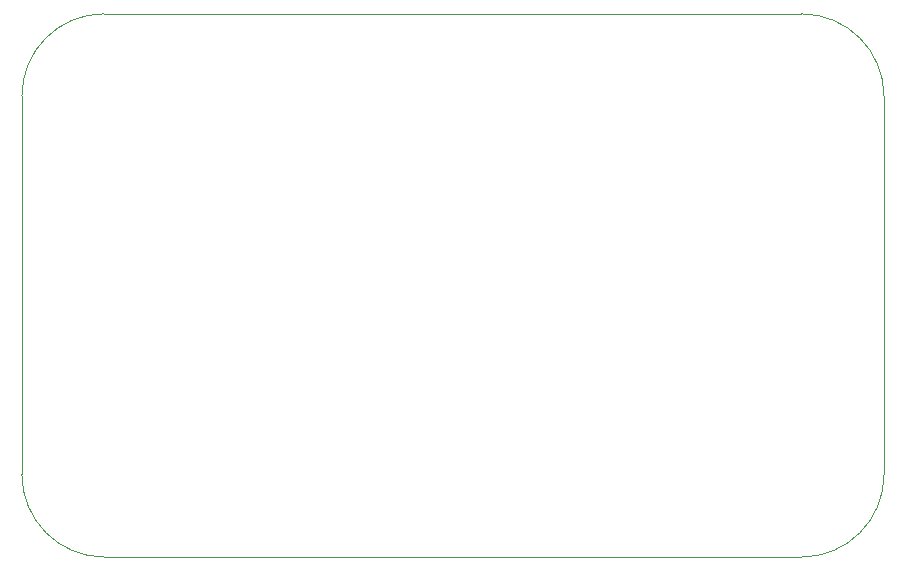
<source format=gbr>
%TF.GenerationSoftware,KiCad,Pcbnew,8.0.4*%
%TF.CreationDate,2025-01-24T17:00:10-06:00*%
%TF.ProjectId,potentiostat control,706f7465-6e74-4696-9f73-74617420636f,0.1*%
%TF.SameCoordinates,Original*%
%TF.FileFunction,Profile,NP*%
%FSLAX46Y46*%
G04 Gerber Fmt 4.6, Leading zero omitted, Abs format (unit mm)*
G04 Created by KiCad (PCBNEW 8.0.4) date 2025-01-24 17:00:10*
%MOMM*%
%LPD*%
G01*
G04 APERTURE LIST*
%TA.AperFunction,Profile*%
%ADD10C,0.050000*%
%TD*%
G04 APERTURE END LIST*
D10*
X160000000Y-115980000D02*
G75*
G02*
X153000000Y-122980000I-7000000J0D01*
G01*
X153000000Y-76980000D02*
G75*
G02*
X160000000Y-83980000I0J-7000000D01*
G01*
X153000000Y-122980000D02*
X94000000Y-122980000D01*
X87000000Y-83929750D02*
X87000000Y-115980000D01*
X87000000Y-83929750D02*
G75*
G02*
X93949750Y-76980000I6949750J0D01*
G01*
X94000000Y-122980000D02*
G75*
G02*
X87000000Y-115980000I0J7000000D01*
G01*
X160000000Y-83980000D02*
X160000000Y-115980000D01*
X153000000Y-76980000D02*
X93949750Y-76980000D01*
M02*

</source>
